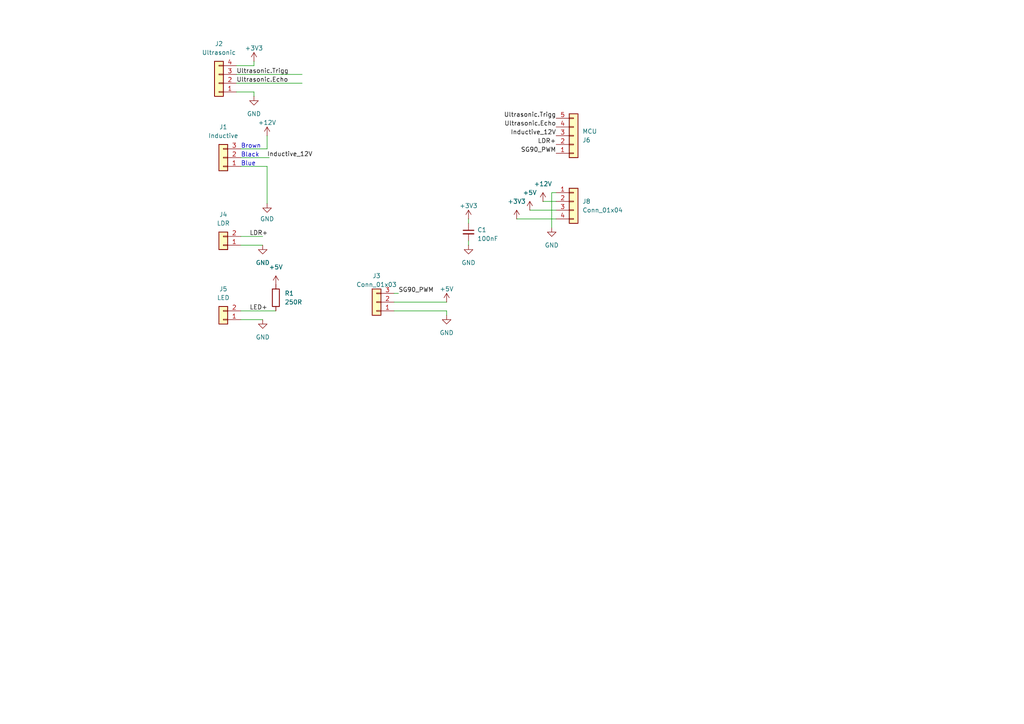
<source format=kicad_sch>
(kicad_sch (version 20231120) (generator "eeschema") (generator_version "8.0")
  (paper "A4")
  (lib_symbols
    (symbol "Connector_Generic:Conn_01x02" (pin_names (offset 1.016) hide)
      (property "Reference" "J" (at 0 2.54 0))
      (property "Value" "Conn_01x02" (at 0 -5.08 0))
      (symbol "Conn_01x02_1_1"
        (rectangle (start -1.27 -2.413) (end 0 -2.667) (stroke (width 0.1524)))
        (rectangle (start -1.27 0.127) (end 0 -0.127) (stroke (width 0.1524)))
        (rectangle (start -1.27 1.27) (end 1.27 -3.81) (stroke (width 0.254)) (fill (type background)))
        (pin passive line (at -5.08 0 0) (length 3.81) (name "Pin_1") (number "1"))
        (pin passive line (at -5.08 -2.54 0) (length 3.81) (name "Pin_2") (number "2"))
      )
    )
    (symbol "Connector_Generic:Conn_01x03" (pin_names (offset 1.016) hide)
      (property "Reference" "J" (at 0 5.08 0))
      (property "Value" "Conn_01x03" (at 0 -5.08 0))
      (symbol "Conn_01x03_1_1"
        (rectangle (start -1.27 -2.413) (end 0 -2.667) (stroke (width 0.1524)))
        (rectangle (start -1.27 0.127) (end 0 -0.127) (stroke (width 0.1524)))
        (rectangle (start -1.27 2.667) (end 0 2.413) (stroke (width 0.1524)))
        (rectangle (start -1.27 3.81) (end 1.27 -3.81) (stroke (width 0.254)) (fill (type background)))
        (pin passive line (at -5.08 2.54 0) (length 3.81) (name "Pin_1") (number "1"))
        (pin passive line (at -5.08 0 0) (length 3.81) (name "Pin_2") (number "2"))
        (pin passive line (at -5.08 -2.54 0) (length 3.81) (name "Pin_3") (number "3"))
      )
    )
    (symbol "Connector_Generic:Conn_01x04" (pin_names (offset 1.016) hide)
      (property "Reference" "J" (at 0 5.08 0))
      (property "Value" "Conn_01x04" (at 0 -7.62 0))
      (symbol "Conn_01x04_1_1"
        (rectangle (start -1.27 -4.953) (end 0 -5.207) (stroke (width 0.1524)))
        (rectangle (start -1.27 -2.413) (end 0 -2.667) (stroke (width 0.1524)))
        (rectangle (start -1.27 0.127) (end 0 -0.127) (stroke (width 0.1524)))
        (rectangle (start -1.27 2.667) (end 0 2.413) (stroke (width 0.1524)))
        (rectangle (start -1.27 3.81) (end 1.27 -6.35) (stroke (width 0.254)) (fill (type background)))
        (pin passive line (at -5.08 2.54 0) (length 3.81) (name "Pin_1") (number "1"))
        (pin passive line (at -5.08 0 0) (length 3.81) (name "Pin_2") (number "2"))
        (pin passive line (at -5.08 -2.54 0) (length 3.81) (name "Pin_3") (number "3"))
        (pin passive line (at -5.08 -5.08 0) (length 3.81) (name "Pin_4") (number "4"))
      )
    )
    (symbol "Connector_Generic:Conn_01x05" (pin_names (offset 1.016) hide)
      (property "Reference" "J" (at 0 7.62 0))
      (property "Value" "Conn_01x05" (at 0 -7.62 0))
      (symbol "Conn_01x05_1_1"
        (rectangle (start -1.27 -4.953) (end 0 -5.207) (stroke (width 0.1524)))
        (rectangle (start -1.27 -2.413) (end 0 -2.667) (stroke (width 0.1524)))
        (rectangle (start -1.27 0.127) (end 0 -0.127) (stroke (width 0.1524)))
        (rectangle (start -1.27 2.667) (end 0 2.413) (stroke (width 0.1524)))
        (rectangle (start -1.27 5.207) (end 0 4.953) (stroke (width 0.1524)))
        (rectangle (start -1.27 6.35) (end 1.27 -6.35) (stroke (width 0.254)) (fill (type background)))
        (pin passive line (at -5.08 5.08 0) (length 3.81) (name "Pin_1") (number "1"))
        (pin passive line (at -5.08 2.54 0) (length 3.81) (name "Pin_2") (number "2"))
        (pin passive line (at -5.08 0 0) (length 3.81) (name "Pin_3") (number "3"))
        (pin passive line (at -5.08 -2.54 0) (length 3.81) (name "Pin_4") (number "4"))
        (pin passive line (at -5.08 -5.08 0) (length 3.81) (name "Pin_5") (number "5"))
      )
    )
    (symbol "Device:C_Small" (pin_numbers hide) (pin_names (offset 0.254) hide)
      (property "Reference" "C" (at 0.254 1.778 0))
      (property "Value" "C_Small" (at 0.254 -2.032 0))
      (symbol "C_Small_0_1"
        (polyline (pts (xy -1.524 -0.508) (xy 1.524 -0.508)) (stroke (width 0.3302)))
        (polyline (pts (xy -1.524 0.508) (xy 1.524 0.508)) (stroke (width 0.3048)))
      )
      (symbol "C_Small_1_1"
        (pin passive line (at 0 2.54 270) (length 2.032) (name "~") (number "1"))
        (pin passive line (at 0 -2.54 90) (length 2.032) (name "~") (number "2"))
      )
    )
    (symbol "Device:R" (pin_numbers hide) (pin_names (offset 0))
      (property "Reference" "R" (at 2.032 0 90))
      (property "Value" "R" (at 0 0 90))
      (symbol "R_0_1"
        (rectangle (start -1.016 -2.54) (end 1.016 2.54) (stroke (width 0.254)))
      )
      (symbol "R_1_1"
        (pin passive line (at 0 3.81 270) (length 1.27) (name "~") (number "1"))
        (pin passive line (at 0 -3.81 90) (length 1.27) (name "~") (number "2"))
      )
    )
    (symbol "power:+12V" (power) (pin_numbers hide) (pin_names (offset 0) hide)
      (property "Value" "+12V" (at 0 3.556 0))
      (symbol "+12V_0_1"
        (polyline (pts (xy -0.762 1.27) (xy 0 2.54)))
        (polyline (pts (xy 0 0) (xy 0 2.54)))
        (polyline (pts (xy 0 2.54) (xy 0.762 1.27)))
      )
      (symbol "+12V_1_1"
        (pin power_in line (at 0 0 90) (length 0) (name "~") (number "1"))
      )
    )
    (symbol "power:+3V3" (power) (pin_numbers hide) (pin_names (offset 0) hide)
      (property "Value" "+3V3" (at 0 3.556 0))
      (symbol "+3V3_0_1"
        (polyline (pts (xy -0.762 1.27) (xy 0 2.54)))
        (polyline (pts (xy 0 0) (xy 0 2.54)))
        (polyline (pts (xy 0 2.54) (xy 0.762 1.27)))
      )
      (symbol "+3V3_1_1"
        (pin power_in line (at 0 0 90) (length 0) (name "~") (number "1"))
      )
    )
    (symbol "power:+5V" (power) (pin_numbers hide) (pin_names (offset 0) hide)
      (property "Value" "+5V" (at 0 3.556 0))
      (symbol "+5V_0_1"
        (polyline (pts (xy -0.762 1.27) (xy 0 2.54)))
        (polyline (pts (xy 0 0) (xy 0 2.54)))
        (polyline (pts (xy 0 2.54) (xy 0.762 1.27)))
      )
      (symbol "+5V_1_1"
        (pin power_in line (at 0 0 90) (length 0) (name "~") (number "1"))
      )
    )
    (symbol "power:GND" (power) (pin_numbers hide) (pin_names (offset 0) hide)
      (property "Value" "GND" (at 0 -3.81 0))
      (symbol "GND_0_1"
        (polyline (pts (xy 0 0) (xy 0 -1.27) (xy 1.27 -1.27) (xy 0 -2.54) (xy -1.27 -1.27) (xy 0 -1.27)))
      )
      (symbol "GND_1_1"
        (pin power_in line (at 0 0 270) (length 0) (name "~") (number "1"))
      )
    )
  )
  (wire (pts (xy 77.47 48.26) (xy 77.47 59.055)))
  (wire (pts (xy 68.58 26.67) (xy 73.66 26.67)))
  (wire (pts (xy 161.29 63.5) (xy 149.86 63.5)))
  (wire (pts (xy 69.85 71.12) (xy 76.2 71.12)))
  (wire (pts (xy 87.63 21.59) (xy 68.58 21.59)))
  (wire (pts (xy 68.58 19.05) (xy 73.66 19.05)))
  (wire (pts (xy 68.58 24.13) (xy 87.63 24.13)))
  (wire (pts (xy 135.89 63.5) (xy 135.89 64.77)))
  (wire (pts (xy 69.85 68.58) (xy 76.2 68.58)))
  (wire (pts (xy 73.66 26.67) (xy 73.66 27.94)))
  (wire (pts (xy 160.02 55.88) (xy 160.02 66.04)))
  (wire (pts (xy 69.85 92.71) (xy 76.2 92.71)))
  (wire (pts (xy 114.3 87.63) (xy 129.54 87.63)))
  (wire (pts (xy 73.66 19.05) (xy 73.66 17.78)))
  (wire (pts (xy 77.47 43.18) (xy 69.85 43.18)))
  (wire (pts (xy 135.89 69.85) (xy 135.89 71.12)))
  (wire (pts (xy 69.85 90.17) (xy 80.01 90.17)))
  (wire (pts (xy 69.85 48.26) (xy 77.47 48.26)))
  (wire (pts (xy 114.3 90.17) (xy 129.54 90.17)))
  (wire (pts (xy 161.29 58.42) (xy 157.48 58.42)))
  (wire (pts (xy 77.47 39.37) (xy 77.47 43.18)))
  (wire (pts (xy 161.29 55.88) (xy 160.02 55.88)))
  (wire (pts (xy 114.3 85.09) (xy 115.57 85.09)))
  (wire (pts (xy 69.85 45.72) (xy 78.105 45.72)))
  (wire (pts (xy 161.29 60.96) (xy 153.67 60.96)))
  (wire (pts (xy 129.54 90.17) (xy 129.54 91.44)))
  (text "Blue\n" (at 69.85 48.26 0) (effects (font (size 1.27 1.27)) (justify left bottom)))
  (text "Black" (at 69.85 45.72 0) (effects (font (size 1.27 1.27)) (justify left bottom)))
  (text "Brown" (at 69.85 43.18 0) (effects (font (size 1.27 1.27)) (justify left bottom)))
  (label "LED+" (at 72.39 90.17 0))
  (label "LDR+" (at 72.39 68.58 0))
  (label "Ultrasonic.Trigg" (at 68.58 21.59 0))
  (label "Ultrasonic.Trigg" (at 161.29 34.29 180))
  (label "Ultrasonic.Echo" (at 161.29 36.83 180))
  (label "SG90_PWM" (at 115.57 85.09 0))
  (label "SG90_PWM" (at 161.29 44.45 180))
  (label "LDR+" (at 161.29 41.91 180))
  (label "Inductive_12V" (at 161.29 39.37 180))
  (label "Inductive_12V" (at 77.47 45.72 0))
  (label "Ultrasonic.Echo" (at 68.58 24.13 0))
  (symbol (lib_id "Connector_Generic:Conn_01x03") (at 109.22 87.63 180) (unit 1)
    (property "Reference" "J3" (at 109.22 80.01 0))
    (property "Value" "Conn_01x03" (at 109.22 82.55 0))
    (property "Footprint" "Connector_PinHeader_2.54mm:PinHeader_1x03_P2.54mm_Vertical" (effects (hide yes)))
  )
  (symbol (lib_id "power:GND") (at 73.66 27.94 0) (unit 1)
    (property "Reference" "#PWR08" (effects (hide yes)))
    (property "Value" "GND" (at 73.66 33.02 0))
  )
  (symbol (lib_id "power:+3V3") (at 149.86 63.5 0) (mirror y) (unit 1)
    (property "Reference" "#PWR03" (effects (hide yes)))
    (property "Value" "+3V3" (at 149.86 58.42 0))
    (property "Description" "Power symbol creates a global label with name \"+3V3\"" (effects (hide yes)))
  )
  (symbol (lib_id "Connector_Generic:Conn_01x02") (at 64.77 71.12 180) (unit 1)
    (property "Reference" "J4" (at 64.77 62.23 0))
    (property "Value" "LDR" (at 64.77 64.77 0))
    (property "Footprint" "Connector_PinHeader_2.54mm:PinHeader_1x02_P2.54mm_Vertical" (effects (hide yes)))
  )
  (symbol (lib_id "Connector_Generic:Conn_01x03") (at 64.77 45.72 180) (unit 1)
    (property "Reference" "J1" (at 64.77 36.83 0))
    (property "Value" "Inductive" (at 64.77 39.37 0))
    (property "Footprint" "Connector_PinHeader_2.54mm:PinHeader_1x03_P2.54mm_Vertical" (effects (hide yes)))
  )
  (symbol (lib_id "power:GND") (at 76.2 92.71 0) (unit 1)
    (property "Reference" "#PWR010" (effects (hide yes)))
    (property "Value" "GND" (at 76.2 97.79 0))
    (property "Description" "Power symbol creates a global label with name \"GND\" , ground" (effects (hide yes)))
  )
  (symbol (lib_id "Connector_Generic:Conn_01x02") (at 64.77 92.71 180) (unit 1)
    (property "Reference" "J5" (at 64.77 83.82 0))
    (property "Value" "LED" (at 64.77 86.36 0))
    (property "Footprint" "Connector_PinHeader_2.54mm:PinHeader_1x02_P2.54mm_Vertical" (effects (hide yes)))
  )
  (symbol (lib_id "power:+12V") (at 157.48 58.42 0) (mirror y) (unit 1)
    (property "Reference" "#PWR01" (effects (hide yes)))
    (property "Value" "+12V" (at 157.48 53.34 0))
    (property "Description" "Power symbol creates a global label with name \"+12V\"" (effects (hide yes)))
  )
  (symbol (lib_id "power:+12V") (at 77.47 39.37 0) (unit 1)
    (property "Reference" "#PWR05" (effects (hide yes)))
    (property "Value" "+12V" (at 77.47 35.56 0))
  )
  (symbol (lib_id "power:GND") (at 135.89 71.12 0) (unit 1)
    (property "Reference" "#PWR013" (effects (hide yes)))
    (property "Value" "GND" (at 135.89 76.2 0))
  )
  (symbol (lib_id "Connector_Generic:Conn_01x05") (at 166.37 39.37 0) (mirror x) (unit 1)
    (property "Reference" "J6" (at 168.91 40.6401 0) (effects (justify left)))
    (property "Value" "MCU" (at 168.91 38.1001 0) (effects (justify left)))
    (property "Footprint" "Connector_PinSocket_2.54mm:PinSocket_1x05_P2.54mm_Vertical" (effects (hide yes)))
    (property "Description" "Generic connector, single row, 01x05, script generated (kicad-library-utils/schlib/autogen/connector/)" (effects (hide yes)))
  )
  (symbol (lib_id "power:+3V3") (at 73.66 17.78 0) (unit 1)
    (property "Reference" "#PWR07" (effects (hide yes)))
    (property "Value" "+3V3" (at 73.66 13.97 0))
  )
  (symbol (lib_id "power:GND") (at 129.54 91.44 0) (unit 1)
    (property "Reference" "#PWR015" (effects (hide yes)))
    (property "Value" "GND" (at 129.54 96.52 0))
  )
  (symbol (lib_id "Connector_Generic:Conn_01x04") (at 166.37 58.42 0) (unit 1)
    (property "Reference" "J8" (at 168.91 58.4199 0) (effects (justify left)))
    (property "Value" "Conn_01x04" (at 168.91 60.9599 0) (effects (justify left)))
    (property "Footprint" "Connector_PinHeader_2.54mm:PinHeader_1x04_P2.54mm_Vertical" (effects (hide yes)))
    (property "Description" "Generic connector, single row, 01x04, script generated (kicad-library-utils/schlib/autogen/connector/)" (effects (hide yes)))
  )
  (symbol (lib_id "power:GND") (at 76.2 71.12 0) (unit 1)
    (property "Reference" "#PWR09" (effects (hide yes)))
    (property "Value" "GND" (at 76.2 76.2 0))
    (property "Description" "Power symbol creates a global label with name \"GND\" , ground" (effects (hide yes)))
  )
  (symbol (lib_id "power:+3V3") (at 135.89 63.5 0) (unit 1)
    (property "Reference" "#PWR012" (effects (hide yes)))
    (property "Value" "+3V3" (at 135.89 59.69 0))
  )
  (symbol (lib_id "power:+5V") (at 153.67 60.96 0) (mirror y) (unit 1)
    (property "Reference" "#PWR02" (effects (hide yes)))
    (property "Value" "+5V" (at 153.67 55.88 0))
    (property "Description" "Power symbol creates a global label with name \"+5V\"" (effects (hide yes)))
  )
  (symbol (lib_id "power:GND") (at 160.02 66.04 0) (mirror y) (unit 1)
    (property "Reference" "#PWR04" (effects (hide yes)))
    (property "Value" "GND" (at 160.02 71.12 0))
    (property "Description" "Power symbol creates a global label with name \"GND\" , ground" (effects (hide yes)))
  )
  (symbol (lib_id "power:GND") (at 77.47 59.055 0) (unit 1)
    (property "Reference" "#PWR06" (effects (hide yes)))
    (property "Value" "GND" (at 77.47 63.5 0))
  )
  (symbol (lib_id "power:+5V") (at 80.01 82.55 0) (mirror y) (unit 1)
    (property "Reference" "#PWR011" (effects (hide yes)))
    (property "Value" "+5V" (at 80.01 77.47 0))
    (property "Description" "Power symbol creates a global label with name \"+5V\"" (effects (hide yes)))
  )
  (symbol (lib_id "Connector_Generic:Conn_01x04") (at 63.5 24.13 180) (unit 1)
    (property "Reference" "J2" (at 63.5 12.7 0))
    (property "Value" "Ultrasonic" (at 63.5 15.24 0))
    (property "Footprint" "Connector_PinHeader_2.54mm:PinHeader_1x04_P2.54mm_Vertical" (effects (hide yes)))
  )
  (symbol (lib_id "Device:C_Small") (at 135.89 67.31 0) (unit 1)
    (property "Reference" "C1" (at 138.43 66.6813 0) (effects (justify left)))
    (property "Value" "100nF" (at 138.43 69.2213 0) (effects (justify left)))
    (property "Footprint" "Capacitor_THT:C_Disc_D4.3mm_W1.9mm_P5.00mm" (effects (hide yes)))
  )
  (symbol (lib_id "power:+5V") (at 129.54 87.63 0) (unit 1)
    (property "Reference" "#PWR014" (effects (hide yes)))
    (property "Value" "+5V" (at 129.54 83.82 0))
  )
  (symbol (lib_id "Device:R") (at 80.01 86.36 0) (unit 1)
    (property "Reference" "R1" (at 82.55 85.0899 0) (effects (justify left)))
    (property "Value" "250R" (at 82.55 87.6299 0) (effects (justify left)))
    (property "Footprint" "Resistor_THT:R_Axial_DIN0204_L3.6mm_D1.6mm_P5.08mm_Vertical" (effects (hide yes)))
    (property "Description" "Resistor" (effects (hide yes)))
  )
)
</source>
